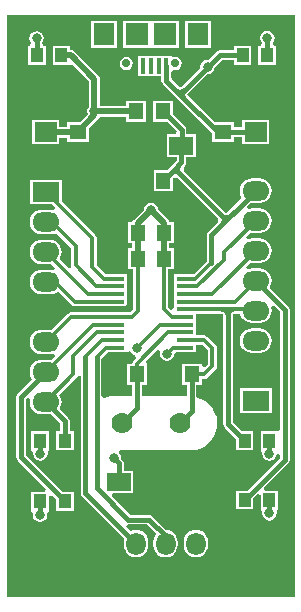
<source format=gtl>
G04*
G04 #@! TF.GenerationSoftware,Altium Limited,Altium Designer,18.1.6 (161)*
G04*
G04 Layer_Physical_Order=1*
G04 Layer_Color=255*
%FSTAX24Y24*%
%MOIN*%
G70*
G01*
G75*
%ADD18R,0.0550X0.0500*%
%ADD19R,0.0500X0.0550*%
%ADD20R,0.0580X0.0140*%
%ADD21R,0.0433X0.0472*%
%ADD22R,0.0787X0.0591*%
%ADD23R,0.0748X0.0748*%
%ADD24R,0.0709X0.0748*%
%ADD25R,0.0157X0.0531*%
%ADD40C,0.0150*%
%ADD41C,0.0140*%
%ADD42C,0.0200*%
%ADD43O,0.0900X0.0650*%
%ADD44R,0.0900X0.0650*%
%ADD45O,0.0750X0.0650*%
%ADD46R,0.0750X0.0650*%
%ADD47C,0.0700*%
%ADD48O,0.0650X0.0750*%
%ADD49C,0.0276*%
%ADD50C,0.0315*%
G36*
X01971Y010133D02*
X010133D01*
Y029552D01*
X01971D01*
Y010133D01*
D02*
G37*
%LPC*%
G36*
X01693Y029352D02*
X016062D01*
Y028444D01*
X01693D01*
Y029352D01*
D02*
G37*
G36*
X013781D02*
X012912D01*
Y028444D01*
X013781D01*
Y029352D01*
D02*
G37*
G36*
X01494Y029352D02*
X01484Y029352D01*
X013995D01*
Y028444D01*
X01484D01*
X014903Y028444D01*
X015003Y028444D01*
X015848D01*
Y029352D01*
X015003D01*
X01494Y029352D01*
D02*
G37*
G36*
X018273Y028526D02*
X01768D01*
Y028368D01*
X017212D01*
X017152Y028356D01*
X0171Y028322D01*
X016827Y028048D01*
X016811Y028051D01*
X016718Y028033D01*
X01664Y02798D01*
X016587Y027902D01*
X016569Y027809D01*
X016572Y027793D01*
X015931Y027152D01*
X01592Y027145D01*
X015911Y02714D01*
X015904Y027138D01*
X015899Y027138D01*
X015893Y027138D01*
X015886Y02714D01*
X015877Y027145D01*
X015866Y027152D01*
X015612Y027407D01*
X015592Y027499D01*
X015592Y027499D01*
X015592Y027499D01*
Y027658D01*
X015692Y02772D01*
X015738Y027711D01*
X015823Y027728D01*
X015895Y027776D01*
X015943Y027848D01*
X01596Y027933D01*
X015943Y028018D01*
X015895Y02809D01*
X015823Y028138D01*
X015738Y028155D01*
X015692Y028146D01*
X015592Y02819D01*
Y02819D01*
X014507D01*
Y027499D01*
X015275D01*
Y027362D01*
X015287Y027302D01*
X015321Y02725D01*
X015787Y026785D01*
X015787Y026785D01*
X015787Y026785D01*
X016975Y025597D01*
Y02531D01*
X017685D01*
Y025488D01*
X017966D01*
Y025241D01*
X018876D01*
Y026051D01*
X017966D01*
Y025804D01*
X017685D01*
Y02597D01*
X017049D01*
X016155Y026864D01*
X016147Y026875D01*
X016142Y026884D01*
X01614Y026891D01*
X01614Y026897D01*
X01614Y026902D01*
X016142Y026909D01*
X016147Y026918D01*
X016155Y026929D01*
X016795Y02757D01*
X016811Y027567D01*
X016904Y027585D01*
X016982Y027638D01*
X017035Y027716D01*
X017053Y027809D01*
X01705Y027825D01*
X017278Y028052D01*
X01768D01*
Y027894D01*
X018273D01*
Y028526D01*
D02*
G37*
G36*
X018803Y029026D02*
X018711Y029007D01*
X018632Y028955D01*
X01858Y028876D01*
X018561Y028783D01*
X01858Y028691D01*
X018623Y028626D01*
X018607Y02857D01*
X018581Y028526D01*
X018507D01*
Y027894D01*
X0191D01*
Y028526D01*
X019026D01*
X019Y02857D01*
X018984Y028626D01*
X019027Y028691D01*
X019046Y028783D01*
X019027Y028876D01*
X018975Y028955D01*
X018896Y029007D01*
X018803Y029026D01*
D02*
G37*
G36*
X011114Y029008D02*
X011021Y02899D01*
X010943Y028937D01*
X01089Y028859D01*
X010872Y028766D01*
X01089Y028673D01*
X010925Y028622D01*
X010889Y028533D01*
X01088Y028522D01*
X010817D01*
Y02789D01*
X011411D01*
Y028522D01*
X011348D01*
X011338Y028533D01*
X011303Y028622D01*
X011338Y028673D01*
X011356Y028766D01*
X011338Y028859D01*
X011285Y028937D01*
X011207Y02899D01*
X011114Y029008D01*
D02*
G37*
G36*
X014104Y028155D02*
X014019Y028138D01*
X013947Y02809D01*
X013899Y028018D01*
X013882Y027933D01*
X013899Y027848D01*
X013947Y027776D01*
X014019Y027728D01*
X014104Y027711D01*
X014189Y027728D01*
X014261Y027776D01*
X014309Y027848D01*
X014326Y027933D01*
X014309Y028018D01*
X014261Y02809D01*
X014189Y028138D01*
X014104Y028155D01*
D02*
G37*
G36*
X012237Y028522D02*
X011644D01*
Y02789D01*
X012237D01*
Y02789D01*
X012282Y027908D01*
X012856Y027334D01*
Y026491D01*
X012816Y026431D01*
X012798Y026339D01*
X012816Y026246D01*
X01282Y026241D01*
X012549Y02597D01*
X012135D01*
Y025829D01*
X011876D01*
Y026051D01*
X010966D01*
Y025241D01*
X011876D01*
Y025462D01*
X012135D01*
Y02531D01*
X012845D01*
Y025747D01*
X01317Y026072D01*
X01321Y026131D01*
X013214Y026155D01*
X014097D01*
Y025984D01*
X014757D01*
Y026694D01*
X014097D01*
Y026522D01*
X013224D01*
Y02741D01*
X01321Y02748D01*
X01317Y02754D01*
X012374Y028336D01*
X012314Y028375D01*
X012244Y028389D01*
X012237D01*
Y028522D01*
D02*
G37*
G36*
X015657Y026694D02*
X014997D01*
Y025984D01*
X015458D01*
X015777Y025665D01*
X015762Y025565D01*
X015469D01*
Y024815D01*
X015785D01*
Y024698D01*
X015472Y024385D01*
X01501D01*
Y023675D01*
X01567D01*
Y024106D01*
X015681Y024119D01*
X015794Y024133D01*
X017158Y022768D01*
X017158Y022654D01*
X016828Y022323D01*
X016794Y022272D01*
X016782Y022212D01*
Y021348D01*
X016345Y020911D01*
X016057D01*
X016042Y020908D01*
X015687D01*
Y020608D01*
Y020352D01*
Y020096D01*
Y019771D01*
X015587Y019729D01*
X015503Y019813D01*
Y021065D01*
X01568D01*
Y021775D01*
X015534D01*
Y021931D01*
X01568D01*
Y022641D01*
X015528D01*
X01552Y022683D01*
X01548Y022742D01*
X015159Y023063D01*
X015145Y023134D01*
X015092Y023212D01*
X015014Y023265D01*
X014921Y023283D01*
X014829Y023265D01*
X01475Y023212D01*
X014698Y023134D01*
X014683Y023063D01*
X014349Y022728D01*
X014309Y022669D01*
X014303Y022641D01*
X014148D01*
Y021931D01*
X014295D01*
Y021775D01*
X014148D01*
Y021065D01*
X014325D01*
Y019738D01*
X014219Y019631D01*
X012254D01*
X012195Y01962D01*
X012146Y019586D01*
X011606Y019046D01*
X011546Y019054D01*
X011296D01*
X011191Y01904D01*
X011092Y018999D01*
X011007Y018935D01*
X010942Y01885D01*
X010902Y018751D01*
X010888Y018646D01*
X010902Y01854D01*
X010942Y018441D01*
X011007Y018357D01*
X011092Y018292D01*
X011191Y018251D01*
X011296Y018237D01*
X011546D01*
X011652Y018251D01*
X011681Y018263D01*
X011738Y018178D01*
X011606Y018046D01*
X011546Y018054D01*
X011296D01*
X011191Y01804D01*
X011092Y017999D01*
X011007Y017935D01*
X010942Y01785D01*
X010902Y017751D01*
X010888Y017646D01*
X010902Y01754D01*
X010942Y017441D01*
X010965Y017413D01*
X010488Y016936D01*
X010454Y016885D01*
X010442Y016824D01*
Y014803D01*
X010454Y014743D01*
X010488Y014692D01*
X011431Y013749D01*
X011393Y013656D01*
X01094D01*
Y013024D01*
X01094D01*
X010995Y012924D01*
X010988Y01289D01*
X011006Y012797D01*
X011059Y012719D01*
X011137Y012666D01*
X01123Y012648D01*
X011323Y012666D01*
X011401Y012719D01*
X011454Y012797D01*
X011472Y01289D01*
X011465Y012924D01*
X011533Y013024D01*
X011533D01*
Y013516D01*
X011626Y013554D01*
X011767Y013413D01*
Y013024D01*
X01236D01*
Y013656D01*
X011971D01*
X010758Y014869D01*
Y016757D01*
X010815Y016803D01*
X010902Y016751D01*
X010888Y016646D01*
X010902Y01654D01*
X010942Y016441D01*
X011007Y016357D01*
X011092Y016292D01*
X011191Y016251D01*
X011296Y016237D01*
X011546D01*
X011599Y016244D01*
X011905Y015938D01*
Y015666D01*
X011767D01*
Y015034D01*
X01236D01*
Y015666D01*
X012221D01*
Y016004D01*
X012209Y016064D01*
X012175Y016115D01*
X011878Y016413D01*
X0119Y016441D01*
X011941Y01654D01*
X011955Y016646D01*
X011941Y016751D01*
X0119Y01685D01*
X011875Y016883D01*
X012448Y017456D01*
X012481Y017506D01*
X012482Y017509D01*
X012582Y017499D01*
Y01362D01*
X012594Y01356D01*
X012628Y013509D01*
X014041Y012096D01*
X014037Y012085D01*
X014023Y011979D01*
Y011879D01*
X014037Y011773D01*
X014077Y011675D01*
X014142Y01159D01*
X014227Y011525D01*
X014326Y011485D01*
X014431Y011471D01*
X014537Y011485D01*
X014636Y011525D01*
X01472Y01159D01*
X014785Y011675D01*
X014826Y011773D01*
X01484Y011879D01*
Y011979D01*
X014826Y012085D01*
X014785Y012183D01*
X01472Y012268D01*
X014636Y012333D01*
X014537Y012374D01*
X014431Y012388D01*
X014326Y012374D01*
X014244Y01234D01*
X0141Y012484D01*
X014149Y012576D01*
X01417Y012572D01*
X014785D01*
X015108Y012249D01*
X015057Y012183D01*
X015017Y012085D01*
X015003Y011979D01*
Y011879D01*
X015017Y011773D01*
X015057Y011675D01*
X015122Y01159D01*
X015207Y011525D01*
X015306Y011485D01*
X015411Y011471D01*
X015517Y011485D01*
X015616Y011525D01*
X0157Y01159D01*
X015765Y011675D01*
X015806Y011773D01*
X01582Y011879D01*
Y011979D01*
X015806Y012085D01*
X015765Y012183D01*
X0157Y012268D01*
X015616Y012333D01*
X015517Y012374D01*
X015417Y012387D01*
X014962Y012842D01*
X01491Y012876D01*
X01485Y012888D01*
X014235D01*
X013615Y013509D01*
X013653Y013601D01*
X014332D01*
Y014352D01*
X014016D01*
Y014612D01*
X014004Y014672D01*
X01397Y014723D01*
X013939Y014754D01*
X013942Y01477D01*
X013924Y014863D01*
X013871Y014941D01*
X013903Y01504D01*
X01639D01*
X016545Y015095D01*
X01668Y01516D01*
X016885Y015345D01*
X016965Y015425D01*
X01702Y01552D01*
X01712Y015783D01*
Y01616D01*
X017035Y016325D01*
X01695Y01649D01*
X01672Y016693D01*
X016438Y016804D01*
Y017215D01*
X01661D01*
Y017417D01*
X01669D01*
X016749Y017429D01*
X016798Y017462D01*
X017083Y017746D01*
X017116Y017796D01*
X017127Y017854D01*
Y018436D01*
X017116Y018494D01*
X017083Y018544D01*
X016808Y018819D01*
X016758Y018852D01*
X016699Y018864D01*
X016427D01*
Y019328D01*
Y019581D01*
X017293D01*
X017304Y019579D01*
X017312Y019576D01*
X017317Y019574D01*
X01732Y019571D01*
X017323Y019567D01*
X017327Y01956D01*
X01733Y019549D01*
X017332Y019536D01*
Y015907D01*
X017344Y015846D01*
X017378Y015795D01*
X01775Y015423D01*
Y015034D01*
X018343D01*
Y015666D01*
X017954D01*
X017648Y015972D01*
Y019536D01*
X01765Y019549D01*
X017653Y01956D01*
X017657Y019567D01*
X01766Y019571D01*
X017663Y019574D01*
X017668Y019576D01*
X017676Y019579D01*
X017687Y019581D01*
X017904D01*
X017942Y019489D01*
X018007Y019404D01*
X018092Y019339D01*
X018191Y019298D01*
X018296Y019284D01*
X018546D01*
X018652Y019298D01*
X018751Y019339D01*
X018835Y019404D01*
X0189Y019489D01*
X018941Y019587D01*
X018955Y019693D01*
X018941Y019799D01*
X018934Y019815D01*
X019019Y019872D01*
X019232Y019659D01*
Y015741D01*
X01917Y015666D01*
X019132Y015666D01*
X018577D01*
Y015034D01*
X018577D01*
X018633Y014934D01*
X018631Y014927D01*
X01865Y014834D01*
X018702Y014755D01*
X018781Y014703D01*
X018873Y014684D01*
X018966Y014703D01*
X019045Y014755D01*
X019097Y014834D01*
X019112Y014907D01*
X019167Y014935D01*
X019232Y014882D01*
Y014789D01*
X018139Y013696D01*
X01775D01*
Y013064D01*
X018343D01*
Y013453D01*
X018484Y013594D01*
X018577Y013556D01*
Y013064D01*
X018577D01*
X018637Y012964D01*
X018631Y012937D01*
X01865Y012844D01*
X018702Y012765D01*
X018781Y012713D01*
X018873Y012694D01*
X018966Y012713D01*
X019045Y012765D01*
X019097Y012844D01*
X019116Y012937D01*
X01911Y012964D01*
X01917Y013064D01*
X01917D01*
Y013696D01*
X018717D01*
X018679Y013789D01*
X019502Y014612D01*
X019536Y014663D01*
X019548Y014723D01*
Y019724D01*
X019536Y019785D01*
X019502Y019836D01*
X018878Y02046D01*
X0189Y020489D01*
X018941Y020587D01*
X018955Y020693D01*
X018941Y020799D01*
X0189Y020897D01*
X018835Y020982D01*
X018751Y021047D01*
X018652Y021087D01*
X018546Y021101D01*
X018296D01*
X018191Y021087D01*
X018162Y021075D01*
X018105Y02116D01*
X018237Y021292D01*
X018296Y021284D01*
X018546D01*
X018652Y021298D01*
X018751Y021339D01*
X018835Y021404D01*
X0189Y021489D01*
X018941Y021587D01*
X018955Y021693D01*
X018941Y021799D01*
X0189Y021897D01*
X018835Y021982D01*
X018751Y022047D01*
X018652Y022087D01*
X018546Y022101D01*
X018296D01*
X018191Y022087D01*
X018162Y022075D01*
X018105Y02216D01*
X018237Y022292D01*
X018296Y022284D01*
X018546D01*
X018652Y022298D01*
X018751Y022339D01*
X018835Y022404D01*
X0189Y022489D01*
X018941Y022587D01*
X018955Y022693D01*
X018941Y022799D01*
X0189Y022897D01*
X018835Y022982D01*
X018751Y023047D01*
X018652Y023087D01*
X018546Y023101D01*
X018296D01*
X018191Y023087D01*
X018174Y023081D01*
X018117Y023165D01*
X018243Y023291D01*
X018296Y023284D01*
X018546D01*
X018652Y023298D01*
X018751Y023339D01*
X018835Y023404D01*
X0189Y023489D01*
X018941Y023587D01*
X018955Y023693D01*
X018941Y023799D01*
X0189Y023897D01*
X018835Y023982D01*
X018751Y024047D01*
X018652Y024087D01*
X018546Y024101D01*
X018296D01*
X018191Y024087D01*
X018092Y024047D01*
X018007Y023982D01*
X017942Y023897D01*
X017902Y023799D01*
X017888Y023693D01*
X017902Y023587D01*
X017942Y023489D01*
X017965Y02346D01*
X017472Y022967D01*
X017461Y022959D01*
X017451Y022955D01*
X017444Y022952D01*
X017439Y022952D01*
X017434Y022952D01*
X017427Y022955D01*
X017417Y022959D01*
X017407Y022967D01*
X016011Y024363D01*
X016011Y024477D01*
X016055Y024521D01*
X016089Y024573D01*
X016101Y024633D01*
Y024815D01*
X016417D01*
Y025565D01*
X016103D01*
Y025721D01*
X016091Y025781D01*
X016057Y025832D01*
X015657Y026232D01*
Y026694D01*
D02*
G37*
G36*
X011951Y024051D02*
X010891D01*
Y023241D01*
X01161D01*
X011738Y023113D01*
X011681Y023028D01*
X011652Y02304D01*
X011546Y023054D01*
X011296D01*
X011191Y02304D01*
X011092Y022999D01*
X011007Y022935D01*
X010942Y02285D01*
X010902Y022751D01*
X010888Y022646D01*
X010902Y02254D01*
X010942Y022441D01*
X011007Y022357D01*
X011092Y022292D01*
X011191Y022251D01*
X011296Y022237D01*
X011546D01*
X011652Y022251D01*
X011751Y022292D01*
X011751Y022292D01*
X012257Y021787D01*
Y0212D01*
X012265Y02116D01*
X012215Y021116D01*
X012183Y021101D01*
X011875Y021408D01*
X0119Y021441D01*
X011941Y02154D01*
X011955Y021646D01*
X011941Y021751D01*
X0119Y02185D01*
X011835Y021935D01*
X011751Y021999D01*
X011652Y02204D01*
X011546Y022054D01*
X011296D01*
X011191Y02204D01*
X011092Y021999D01*
X011007Y021935D01*
X010942Y02185D01*
X010902Y021751D01*
X010888Y021646D01*
X010902Y02154D01*
X010942Y021441D01*
X011007Y021357D01*
X011092Y021292D01*
X011191Y021251D01*
X011296Y021237D01*
X011546D01*
X011606Y021245D01*
X011738Y021113D01*
X011681Y021028D01*
X011652Y02104D01*
X011546Y021054D01*
X011296D01*
X011191Y02104D01*
X011092Y020999D01*
X011007Y020935D01*
X010942Y02085D01*
X010902Y020751D01*
X010888Y020646D01*
X010902Y02054D01*
X010942Y020441D01*
X011007Y020357D01*
X011092Y020292D01*
X011191Y020251D01*
X011296Y020237D01*
X011546D01*
X011652Y020251D01*
X011751Y020292D01*
X011819Y020345D01*
X012282Y019882D01*
X012331Y019849D01*
X01239Y019837D01*
X013757D01*
X013772Y01984D01*
X014127D01*
Y020096D01*
Y020352D01*
Y020608D01*
Y020908D01*
X013772D01*
X013757Y020911D01*
X013415D01*
X013113Y021213D01*
Y022107D01*
X013101Y022165D01*
X013068Y022215D01*
X011951Y023332D01*
Y024051D01*
D02*
G37*
G36*
X018546Y019101D02*
X018296D01*
X018191Y019087D01*
X018092Y019047D01*
X018007Y018982D01*
X017942Y018897D01*
X017902Y018799D01*
X017888Y018693D01*
X017902Y018587D01*
X017942Y018489D01*
X018007Y018404D01*
X018092Y018339D01*
X018191Y018298D01*
X018296Y018284D01*
X018546D01*
X018652Y018298D01*
X018751Y018339D01*
X018835Y018404D01*
X0189Y018489D01*
X018941Y018587D01*
X018955Y018693D01*
X018941Y018799D01*
X0189Y018897D01*
X018835Y018982D01*
X018751Y019047D01*
X018652Y019087D01*
X018546Y019101D01*
D02*
G37*
G36*
X018951Y017098D02*
X017891D01*
Y016288D01*
X018951D01*
Y017098D01*
D02*
G37*
G36*
X011533Y015666D02*
X01094D01*
Y015034D01*
X01094D01*
X010997Y014934D01*
X010994Y014923D01*
X011013Y014831D01*
X011065Y014752D01*
X011144Y0147D01*
X011237Y014681D01*
X011329Y0147D01*
X011408Y014752D01*
X01146Y014831D01*
X011479Y014923D01*
X011477Y014934D01*
X011533Y015034D01*
X011533D01*
Y015666D01*
D02*
G37*
G36*
X016421Y012388D02*
X016316Y012374D01*
X016217Y012333D01*
X016132Y012268D01*
X016067Y012183D01*
X016027Y012085D01*
X016013Y011979D01*
Y011879D01*
X016027Y011773D01*
X016067Y011675D01*
X016132Y01159D01*
X016217Y011525D01*
X016316Y011485D01*
X016421Y011471D01*
X016527Y011485D01*
X016626Y011525D01*
X01671Y01159D01*
X016775Y011675D01*
X016816Y011773D01*
X01683Y011879D01*
Y011979D01*
X016816Y012085D01*
X016775Y012183D01*
X01671Y012268D01*
X016626Y012333D01*
X016527Y012374D01*
X016421Y012388D01*
D02*
G37*
%LPD*%
G36*
X016111Y027003D02*
X016092Y026981D01*
X016077Y02696D01*
X016066Y026939D01*
X01606Y026918D01*
X016058Y026897D01*
X01606Y026875D01*
X016066Y026854D01*
X016077Y026833D01*
X016092Y026812D01*
X016111Y026791D01*
X016111Y026791D01*
X016111Y026791D01*
X015952Y026738D01*
X015846Y026844D01*
X015793Y027109D01*
X015793Y027109D01*
X015793Y027109D01*
X015814Y02709D01*
X015835Y027075D01*
X015856Y027064D01*
X015877Y027058D01*
X015899Y027056D01*
X01592Y027058D01*
X015941Y027064D01*
X015962Y027075D01*
X015984Y02709D01*
X016005Y027109D01*
D01*
X016005D01*
X016111Y027003D01*
D02*
G37*
G36*
X015923Y024505D02*
X015908Y024484D01*
X015898Y024462D01*
X015891Y024441D01*
X015889Y02442D01*
X015891Y024399D01*
X015898Y024378D01*
X015908Y024356D01*
X015923Y024335D01*
X015942Y024314D01*
X015836Y024208D01*
X015815Y024227D01*
X015794Y024242D01*
X015772Y024252D01*
X015751Y024259D01*
X01573Y024261D01*
X015709Y024259D01*
X015688Y024252D01*
X015666Y024242D01*
X015645Y024227D01*
X015624Y024208D01*
X01573Y02442D01*
X015942Y024526D01*
X015923Y024505D01*
D02*
G37*
G36*
X017492Y022658D02*
X017227Y022605D01*
X017246Y022626D01*
X017261Y022647D01*
X017272Y022668D01*
X017278Y02269D01*
X01728Y022711D01*
X017278Y022732D01*
X017272Y022753D01*
X017261Y022774D01*
X017246Y022796D01*
X017227Y022817D01*
X017333Y022923D01*
X017354Y022904D01*
X017376Y022889D01*
X017397Y022878D01*
X017418Y022872D01*
X017439Y02287D01*
X01746Y022872D01*
X017482Y022878D01*
X017503Y022889D01*
X017524Y022904D01*
X017545Y022923D01*
X017492Y022658D01*
D02*
G37*
G36*
X017705Y019664D02*
X017678Y019663D01*
X017655Y019658D01*
X017634Y019651D01*
X017615Y01964D01*
X0176Y019627D01*
X017587Y01961D01*
X017578Y019591D01*
X017571Y019568D01*
X017566Y019543D01*
X017565Y019514D01*
X017415D01*
X017414Y019543D01*
X017409Y019568D01*
X017402Y019591D01*
X017393Y01961D01*
X01738Y019627D01*
X017365Y01964D01*
X017346Y019651D01*
X017325Y019658D01*
X017302Y019663D01*
X017275Y019664D01*
X01749Y019804D01*
X017705Y019664D01*
D02*
G37*
G36*
X016821Y018372D02*
Y017918D01*
X01671Y017806D01*
X01661Y017848D01*
Y017925D01*
X01595D01*
Y017215D01*
X016122D01*
Y01685D01*
X014618D01*
Y017215D01*
X01479D01*
Y017925D01*
X01479D01*
X014755Y018009D01*
X015144Y018398D01*
X015231Y018354D01*
X015235Y018348D01*
X015218Y01826D01*
X015236Y018167D01*
X015289Y018089D01*
X015367Y018036D01*
X01546Y018018D01*
X015553Y018036D01*
X015631Y018089D01*
X015684Y018167D01*
X015702Y01826D01*
X015795Y018302D01*
X016057D01*
X016072Y018305D01*
X016427D01*
Y018558D01*
X016636D01*
X016821Y018372D01*
D02*
G37*
G36*
X014278Y018269D02*
X014356Y018216D01*
X014383Y018211D01*
X014416Y018102D01*
X014352Y018038D01*
X014319Y017989D01*
X014307Y01793D01*
Y017925D01*
X01413D01*
Y017215D01*
X014302D01*
Y01685D01*
X01357D01*
X01345Y016824D01*
X013349Y01679D01*
X013268Y016849D01*
Y018082D01*
X013488Y018302D01*
X013757D01*
X013772Y018305D01*
X014127D01*
Y018329D01*
X014225Y018347D01*
X014278Y018269D01*
D02*
G37*
D18*
X01249Y02564D02*
D03*
Y02654D02*
D03*
X01733Y02564D02*
D03*
Y02654D02*
D03*
D19*
X01444Y02403D02*
D03*
X01534D02*
D03*
X01625Y022286D02*
D03*
X01535D02*
D03*
X01625Y02142D02*
D03*
X01535D02*
D03*
X013578Y022286D02*
D03*
X014478D02*
D03*
X013578Y02142D02*
D03*
X014478D02*
D03*
X01628Y01757D02*
D03*
X01538D02*
D03*
X01356D02*
D03*
X01446D02*
D03*
X015327Y026339D02*
D03*
X014427D02*
D03*
D20*
X016057Y018455D02*
D03*
Y018711D02*
D03*
Y018967D02*
D03*
Y019222D02*
D03*
Y019478D02*
D03*
Y019734D02*
D03*
Y01999D02*
D03*
Y020246D02*
D03*
Y020502D02*
D03*
Y020758D02*
D03*
X013757Y020758D02*
D03*
Y020502D02*
D03*
Y020246D02*
D03*
Y01999D02*
D03*
Y019734D02*
D03*
Y019478D02*
D03*
Y019222D02*
D03*
Y018967D02*
D03*
Y018711D02*
D03*
Y018455D02*
D03*
D21*
X018047Y01535D02*
D03*
X018873D02*
D03*
X018047Y01338D02*
D03*
X018873D02*
D03*
X012063Y01535D02*
D03*
X011237D02*
D03*
X012063Y01334D02*
D03*
X011237D02*
D03*
X017977Y02821D02*
D03*
X018803D02*
D03*
X011941Y028206D02*
D03*
X011114D02*
D03*
D22*
X015984Y013976D02*
D03*
X013858D02*
D03*
X013817Y02519D02*
D03*
X015943D02*
D03*
D23*
X015394Y028898D02*
D03*
X014449D02*
D03*
D24*
X016496D02*
D03*
X013346D02*
D03*
D25*
X015433Y027844D02*
D03*
X014409D02*
D03*
X015177D02*
D03*
X014921D02*
D03*
X014665D02*
D03*
D40*
X01311Y01379D02*
X01417Y01273D01*
X01274Y01362D02*
Y018159D01*
Y01362D02*
X014431Y011929D01*
X015411D02*
Y012169D01*
X01485Y01273D02*
X015411Y012169D01*
X01417Y01273D02*
X01485D01*
X01733Y02654D02*
X017446Y026656D01*
X018421D01*
X017212Y02821D02*
X017977D01*
X016811Y027809D02*
X017212Y02821D01*
X015899Y026897D02*
X017155Y02564D01*
X015899Y026897D02*
X015899D01*
X017155Y02564D02*
X01733D01*
X018803Y02821D02*
Y028783D01*
X011114Y028206D02*
Y028766D01*
X01733Y02564D02*
X017336Y025646D01*
X018421D01*
X015899Y026897D02*
X016811Y027809D01*
X015433Y027362D02*
X015899Y026897D01*
X01694Y022212D02*
X018421Y023693D01*
X01573Y02442D02*
X015943Y024633D01*
X01534Y02403D02*
X01573Y02442D01*
X017439Y022711D01*
X015943Y024633D02*
Y02519D01*
X015945Y025192D01*
Y025721D01*
X013578Y022286D02*
X01444Y023148D01*
Y02403D01*
Y024567D01*
X013817Y02519D02*
X01444Y024567D01*
X01625Y02142D02*
Y022286D01*
X013578Y02142D02*
Y022286D01*
X018047Y01338D02*
X01939Y014723D01*
X011237Y014923D02*
Y01535D01*
X018873Y012937D02*
Y01338D01*
Y014927D02*
Y01535D01*
X015882Y015945D02*
X01628Y016343D01*
Y01757D01*
X013961Y015945D02*
X01446Y016444D01*
Y01757D01*
X012063Y01535D02*
Y016004D01*
X011421Y016646D02*
X012063Y016004D01*
X018421Y020693D02*
X01939Y019724D01*
Y014723D02*
Y019724D01*
X01749Y015907D02*
Y019734D01*
Y015907D02*
X018047Y01535D01*
X0106Y014803D02*
X012063Y01334D01*
X0106Y014803D02*
Y016824D01*
X011421Y017646D01*
X01694Y02129D02*
Y022212D01*
X015327Y026339D02*
X015945Y025721D01*
X01311Y01379D02*
Y01814D01*
X011237Y012897D02*
Y01334D01*
X013858Y013976D02*
Y014612D01*
X0137Y01477D02*
X013858Y014612D01*
X015433Y027362D02*
Y027844D01*
D41*
X01274Y018159D02*
X013292Y018711D01*
X014478Y019675D02*
Y02142D01*
X014282Y019478D02*
X014478Y019675D01*
X013757Y019478D02*
X014282D01*
X016974Y017854D02*
Y018436D01*
X016699Y018711D02*
X016974Y018436D01*
X016057Y018711D02*
X016699D01*
X01669Y01757D02*
X016974Y017854D01*
X01628Y01757D02*
X01669D01*
X013117Y018967D02*
X013757D01*
X01234Y01819D02*
X013117Y018967D01*
X01234Y017564D02*
Y01819D01*
X011421Y016646D02*
X01234Y017564D01*
X01749Y019734D02*
X01838D01*
X016057D02*
X01749D01*
X01311Y01814D02*
X013425Y018455D01*
X013757D01*
X013292Y018711D02*
X013757D01*
X01123Y01289D02*
X011237Y012897D01*
X014449Y01844D02*
X015231Y019222D01*
X016057D01*
X01838Y019734D02*
X018421Y019693D01*
X017718Y01999D02*
X018421Y020693D01*
X016057Y01999D02*
X017718D01*
X016974Y020246D02*
X018421Y021693D01*
X016057Y020246D02*
X016974D01*
X01736Y021632D02*
X018421Y022693D01*
X01736Y02139D02*
Y021632D01*
X016472Y020502D02*
X01736Y02139D01*
X016057Y020502D02*
X016472D01*
X016408Y020758D02*
X01694Y02129D01*
X016057Y020758D02*
X016408D01*
X013108Y020502D02*
X013757D01*
X01241Y0212D02*
X013108Y020502D01*
X01241Y0212D02*
Y02185D01*
X011421Y023646D02*
X01296Y022107D01*
Y02115D02*
Y022107D01*
Y02115D02*
X013352Y020758D01*
X011614Y022646D02*
X01241Y02185D01*
X011421Y022646D02*
X011614D01*
X012821Y020246D02*
X013757D01*
X011421Y021646D02*
X012821Y020246D01*
X01239Y01999D02*
X013757D01*
X011734Y020646D02*
X01239Y01999D01*
X011421Y020646D02*
X011734D01*
X012254Y019478D02*
X013757D01*
X011421Y018646D02*
X012254Y019478D01*
X012998Y019222D02*
X013757D01*
X011421Y017646D02*
X012998Y019222D01*
X011421Y019646D02*
X01151Y019734D01*
X013757D01*
X013352Y020758D02*
X013757D01*
X01546Y01826D02*
X015655Y018455D01*
X016057D01*
X015497Y018967D02*
X016057D01*
X01446Y01793D02*
X015497Y018967D01*
X01446Y01757D02*
Y01793D01*
X015622Y019478D02*
X016057D01*
X01535Y01975D02*
X015622Y019478D01*
X01535Y01975D02*
Y02142D01*
X01423Y01989D02*
Y02093D01*
X014074Y019734D02*
X01423Y01989D01*
X013757Y019734D02*
X014074D01*
X01374Y02142D02*
X01423Y02093D01*
X013578Y02142D02*
X01374D01*
D42*
X012484Y025646D02*
X01304Y026201D01*
Y026339D01*
X011421Y025646D02*
X012484D01*
X012244Y028206D02*
X01304Y02741D01*
X011941Y028206D02*
X012244D01*
X01304Y026339D02*
X014427D01*
X01304D02*
Y02741D01*
X01535Y02142D02*
Y022286D01*
X014478Y02142D02*
Y022286D01*
X01535D02*
Y022613D01*
X014921Y023041D02*
X01535Y022613D01*
X014478Y022286D02*
Y022598D01*
X014921Y023041D01*
D43*
X018421Y022693D02*
D03*
Y020693D02*
D03*
Y017693D02*
D03*
Y018693D02*
D03*
Y019693D02*
D03*
Y021693D02*
D03*
Y023693D02*
D03*
X011421Y017646D02*
D03*
Y019646D02*
D03*
Y022646D02*
D03*
Y021646D02*
D03*
Y020646D02*
D03*
Y018646D02*
D03*
Y016646D02*
D03*
D44*
X018421Y016693D02*
D03*
X011421Y023646D02*
D03*
D45*
Y026656D02*
D03*
X018421D02*
D03*
D46*
X011421Y025646D02*
D03*
X018421D02*
D03*
D47*
X013961Y015945D02*
D03*
X015882D02*
D03*
D48*
X013421Y011929D02*
D03*
X014431D02*
D03*
X015411D02*
D03*
X016421D02*
D03*
D49*
X015738Y027933D02*
D03*
X014104D02*
D03*
D50*
X0189Y02319D02*
D03*
X01894Y0222D02*
D03*
X018966Y02118D02*
D03*
Y01919D02*
D03*
X0195Y02508D02*
D03*
X01735Y01479D02*
D03*
X016626Y02185D02*
D03*
X01612Y01478D02*
D03*
X014903Y01434D02*
D03*
X01357Y01706D02*
D03*
X01565D02*
D03*
X014797D02*
D03*
X018421Y0246D02*
D03*
X01139Y02466D02*
D03*
X01316Y02558D02*
D03*
X0132Y02783D02*
D03*
X01243Y02732D02*
D03*
X018803Y028783D02*
D03*
X011114Y028766D02*
D03*
X01397Y02382D02*
D03*
X01442Y02539D02*
D03*
X01604Y02761D02*
D03*
X01536Y02692D02*
D03*
X01444Y02698D02*
D03*
X013585Y018089D02*
D03*
X01582Y01247D02*
D03*
X01592Y01337D02*
D03*
X01242Y01593D02*
D03*
X0124Y01693D02*
D03*
X01662Y01816D02*
D03*
X01895Y01812D02*
D03*
X01783D02*
D03*
Y01923D02*
D03*
X01683Y01925D02*
D03*
X016792Y01702D02*
D03*
X0167Y0142D02*
D03*
X01491Y01356D02*
D03*
X01125Y015938D02*
D03*
X0135Y02692D02*
D03*
X01744Y02705D02*
D03*
X016122Y02606D02*
D03*
X0153Y025665D02*
D03*
X01562Y022999D02*
D03*
X01692Y02409D02*
D03*
X01667Y02288D02*
D03*
X01746Y02334D02*
D03*
X011237Y014923D02*
D03*
X018873Y012937D02*
D03*
Y014927D02*
D03*
X01123Y01289D02*
D03*
X0137Y01477D02*
D03*
X014449Y01844D02*
D03*
X01546Y01826D02*
D03*
X01304Y026339D02*
D03*
X014921Y023041D02*
D03*
X016811Y027809D02*
D03*
M02*

</source>
